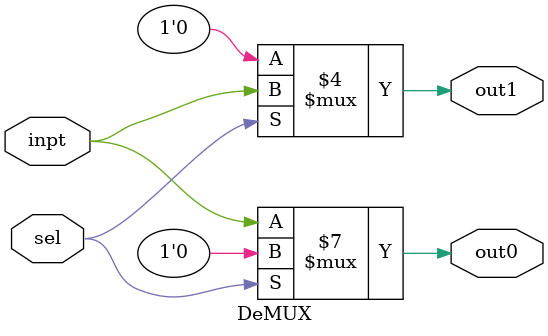
<source format=sv>
module DeMUX(
    input wire inpt,     
    input wire sel,    
    output reg out0,   
    output reg out1    
);

always @(*) begin
    if (sel == 1'b0) begin
        out0 = inpt;
        out1 = 1'b0;
    end else begin
        out0 = 1'b0;
        out1 = inpt;
    end
end

endmodule

</source>
